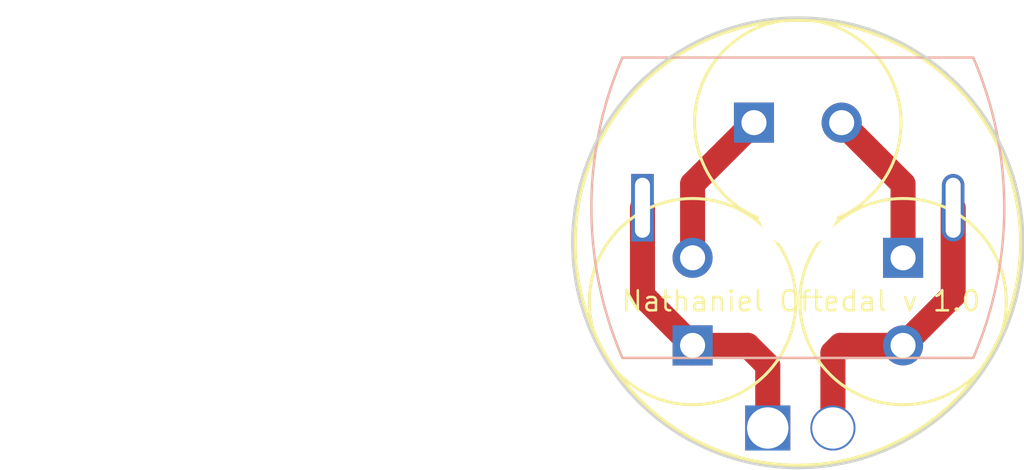
<source format=kicad_pcb>
(kicad_pcb (version 20240108) (generator "pcbnew") (generator_version "8.0")
  (layers (0 "F.Cu" signal) (31 "B.Cu" signal) (34 "B.Paste" user) (35 "F.Paste" user) (36 "B.SilkS" user "B.Silkscreen") (37 "F.SilkS" user "F.Silkscreen") (38 "B.Mask" user) (39 "F.Mask" user) (44 "Edge.Cuts" user))
  (net 0 "")
  (footprint "" (layer "F.Cu") (at 145.9 119.5)
    (property "Reference" "" (at 0 0 0) (layer "F.SilkS") (effects (font (size 1.27 1.27))))
    (property "Value" "" (at 0 0 0) (layer "F.SilkS") (effects (font (size 1.27 1.27))))
    (pad "2" thru_hole circle (at 0 0) (size 1.8 1.8) (drill 1.651) (layers "*.Cu" "*.Mask"))
  )
  (footprint "MountingHole:MountingHole_3.2mm_M3_ISO14580" (layer "F.Cu") (at 144.5 110.7)
    (property "Reference" "REF**" (hide yes))
    (property "Value" "Mounting Hole 3.2mm")
    (pad "" np_thru_hole circle (at 0 0) (size 3.2 3.2) (drill 3.2) (layers "F&B.Cu" "*.Mask" "B.Paste"))
  )
  (footprint "Capacitor_THT:C_Radial_D8.0mm_H7.0mm_P3.50mm" (layer "F.Cu") (at 142.75 107.3)
    (property "Reference" "REF**" (hide yes))
    (property "Value" "C1")
    (fp_circle (center 1.75 0) (end 5.87 0) (stroke (width 0.12)) (fill none) (layer "F.SilkS"))
    (pad "1" thru_hole rect (at 0 0) (size 1.6 1.6) (drill 1) (layers "*.Cu" "*.Mask"))
    (pad "2" thru_hole circle (at 3.5 0) (size 1.6 1.6) (drill 1) (layers "*.Cu" "*.Mask"))
  )
  (footprint "" (layer "F.Cu") (at 143.3 119.5)
    (property "Reference" "" (at 0 0 0) (layer "F.SilkS") (effects (font (size 1.27 1.27))))
    (property "Value" "" (at 0 0 0) (layer "F.SilkS") (effects (font (size 1.27 1.27))))
    (pad "1" thru_hole rect (at 0 0) (size 1.8 1.8) (drill 1.651) (layers "*.Cu" "*.Mask"))
  )
  (footprint "Capacitor_THT:C_Radial_D8.0mm_H7.0mm_P3.50mm" (layer "F.Cu") (at 140.3 116.2 90)
    (property "Reference" "REF**" (hide yes))
    (property "Value" "C2")
    (fp_circle (center 1.75 0) (end 5.87 0) (stroke (width 0.12)) (fill none) (layer "F.SilkS"))
    (pad "1" thru_hole rect (at 0 0 90) (size 1.6 1.6) (drill 1) (layers "*.Cu" "*.Mask"))
    (pad "2" thru_hole circle (at 3.5 0 90) (size 1.6 1.6) (drill 1) (layers "*.Cu" "*.Mask"))
  )
  (footprint "Capacitor_THT:C_Radial_D8.0mm_H7.0mm_P3.50mm" (layer "F.Cu") (at 148.7 112.7 -90)
    (property "Reference" "REF**" (hide yes))
    (property "Value" "C3")
    (fp_circle (center 1.75 0) (end 5.87 0) (stroke (width 0.12)) (fill none) (layer "F.SilkS"))
    (pad "1" thru_hole rect (at 0 0 270) (size 1.6 1.6) (drill 1) (layers "*.Cu" "*.Mask"))
    (pad "2" thru_hole circle (at 3.5 0 270) (size 1.6 1.6) (drill 1) (layers "*.Cu" "*.Mask"))
  )
  (footprint "2023Footprints:Torpedo Motor" (layer "B.Cu") (at 144.5 110.7 90)
    (property "Reference" "REF**" (hide yes))
    (property "Value" "Torpedo Motor")
    (fp_line (start 6 7) (end 6 -7) (stroke (width 0.1)) (layer "B.SilkS"))
    (fp_line (start -6 7) (end -6 -7) (stroke (width 0.1)) (layer "B.SilkS"))
    (fp_arc (start -6 -6.999999) (mid 0 -8.239682) (end 6 -6.999999) (stroke (width 0.1)) (layer "B.SilkS"))
    (fp_arc (start 6 6.999999) (mid 0 8.239682) (end -6 6.999999) (stroke (width 0.1)) (layer "B.SilkS"))
    (pad "1" thru_hole rect (at 0 -6.2 90) (size 2.7 0.9) (drill oval 2.4 0.6) (layers "*.Cu" "*.Mask"))
    (pad "2" thru_hole oval (at 0 6.2 90) (size 2.7 0.9) (drill oval 2.4 0.6) (layers "*.Cu" "*.Mask"))
  )
  (gr_circle (center 144.5 112.1) (end 153.4 112.1) (stroke (width 0.15)) (fill none) (layer "F.SilkS"))
  (gr_circle (center 144.5 112.1) (end 153.5 112.1) (stroke (width 0.1)) (fill none) (layer "Edge.Cuts"))
  (gr_text "Nathaniel Oftedal v 1.0" (at 137.4 114.9 0) (layer "F.SilkS") (effects (font (size 0.8 0.8) (thickness 0.1)) (justify left bottom)))
  (segment (start 140.3 112.7) (end 140.3 109.75) (width 1) (layer "F.Cu") (net 0))
  (segment (start 148.7 109.75) (end 148.7 112.7) (width 1) (layer "F.Cu") (net 0))
  (segment (start 148.7 116.2) (end 146.2 116.2) (width 1) (layer "F.Cu") (net 0))
  (segment (start 150.55 102.45) (end 150.6 102.4) (width 0) (layer "F.Cu") (net 0))
  (segment (start 143.3 117) (end 142.5 116.2) (width 1) (layer "F.Cu") (net 0))
  (segment (start 150.7 110.7) (end 150.7 114.2) (width 1) (layer "F.Cu") (net 0))
  (segment (start 146.2 116.2) (end 145.9 116.5) (width 1) (layer "F.Cu") (net 0))
  (segment (start 145.9 116.5) (end 145.9 119.5) (width 1) (layer "F.Cu") (net 0))
  (segment (start 143.3 119.5) (end 143.3 117) (width 1) (layer "F.Cu") (net 0))
  (segment (start 150.7 114.2) (end 148.7 116.2) (width 1) (layer "F.Cu") (net 0))
  (segment (start 138.3 110.7) (end 138.3 114.2) (width 1) (layer "F.Cu") (net 0))
  (segment (start 146.25 107.3) (end 148.7 109.75) (width 1) (layer "F.Cu") (net 0))
  (segment (start 140.3 109.75) (end 142.75 107.3) (width 1) (layer "F.Cu") (net 0))
  (segment (start 138.3 114.2) (end 140.3 116.2) (width 1) (layer "F.Cu") (net 0))
  (segment (start 142.5 116.2) (end 140.3 116.2) (width 1) (layer "F.Cu") (net 0))
  (segment (start 140.3 116.2) (end 140.3 116.5) (width 1) (layer "F.Cu") (net 0))
)
</source>
